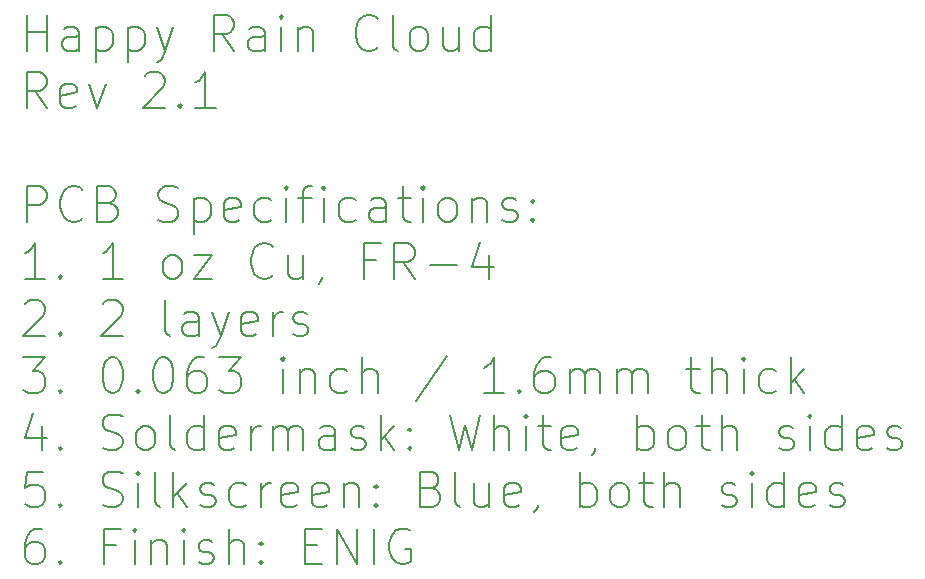
<source format=gbr>
%TF.GenerationSoftware,KiCad,Pcbnew,(6.0.7)*%
%TF.CreationDate,2024-01-22T09:58:03-08:00*%
%TF.ProjectId,Blinky,426c696e-6b79-42e6-9b69-6361645f7063,rev?*%
%TF.SameCoordinates,Original*%
%TF.FileFunction,Other,Comment*%
%FSLAX46Y46*%
G04 Gerber Fmt 4.6, Leading zero omitted, Abs format (unit mm)*
G04 Created by KiCad (PCBNEW (6.0.7)) date 2024-01-22 09:58:03*
%MOMM*%
%LPD*%
G01*
G04 APERTURE LIST*
%ADD10C,0.200000*%
G04 APERTURE END LIST*
D10*
X176358285Y-61156142D02*
X176358285Y-58156142D01*
X176358285Y-59584714D02*
X178072571Y-59584714D01*
X178072571Y-61156142D02*
X178072571Y-58156142D01*
X180786857Y-61156142D02*
X180786857Y-59584714D01*
X180644000Y-59299000D01*
X180358285Y-59156142D01*
X179786857Y-59156142D01*
X179501142Y-59299000D01*
X180786857Y-61013285D02*
X180501142Y-61156142D01*
X179786857Y-61156142D01*
X179501142Y-61013285D01*
X179358285Y-60727571D01*
X179358285Y-60441857D01*
X179501142Y-60156142D01*
X179786857Y-60013285D01*
X180501142Y-60013285D01*
X180786857Y-59870428D01*
X182215428Y-59156142D02*
X182215428Y-62156142D01*
X182215428Y-59299000D02*
X182501142Y-59156142D01*
X183072571Y-59156142D01*
X183358285Y-59299000D01*
X183501142Y-59441857D01*
X183644000Y-59727571D01*
X183644000Y-60584714D01*
X183501142Y-60870428D01*
X183358285Y-61013285D01*
X183072571Y-61156142D01*
X182501142Y-61156142D01*
X182215428Y-61013285D01*
X184929714Y-59156142D02*
X184929714Y-62156142D01*
X184929714Y-59299000D02*
X185215428Y-59156142D01*
X185786857Y-59156142D01*
X186072571Y-59299000D01*
X186215428Y-59441857D01*
X186358285Y-59727571D01*
X186358285Y-60584714D01*
X186215428Y-60870428D01*
X186072571Y-61013285D01*
X185786857Y-61156142D01*
X185215428Y-61156142D01*
X184929714Y-61013285D01*
X187358285Y-59156142D02*
X188072571Y-61156142D01*
X188786857Y-59156142D02*
X188072571Y-61156142D01*
X187786857Y-61870428D01*
X187644000Y-62013285D01*
X187358285Y-62156142D01*
X193929714Y-61156142D02*
X192929714Y-59727571D01*
X192215428Y-61156142D02*
X192215428Y-58156142D01*
X193358285Y-58156142D01*
X193644000Y-58299000D01*
X193786857Y-58441857D01*
X193929714Y-58727571D01*
X193929714Y-59156142D01*
X193786857Y-59441857D01*
X193644000Y-59584714D01*
X193358285Y-59727571D01*
X192215428Y-59727571D01*
X196501142Y-61156142D02*
X196501142Y-59584714D01*
X196358285Y-59299000D01*
X196072571Y-59156142D01*
X195501142Y-59156142D01*
X195215428Y-59299000D01*
X196501142Y-61013285D02*
X196215428Y-61156142D01*
X195501142Y-61156142D01*
X195215428Y-61013285D01*
X195072571Y-60727571D01*
X195072571Y-60441857D01*
X195215428Y-60156142D01*
X195501142Y-60013285D01*
X196215428Y-60013285D01*
X196501142Y-59870428D01*
X197929714Y-61156142D02*
X197929714Y-59156142D01*
X197929714Y-58156142D02*
X197786857Y-58299000D01*
X197929714Y-58441857D01*
X198072571Y-58299000D01*
X197929714Y-58156142D01*
X197929714Y-58441857D01*
X199358285Y-59156142D02*
X199358285Y-61156142D01*
X199358285Y-59441857D02*
X199501142Y-59299000D01*
X199786857Y-59156142D01*
X200215428Y-59156142D01*
X200501142Y-59299000D01*
X200644000Y-59584714D01*
X200644000Y-61156142D01*
X206072571Y-60870428D02*
X205929714Y-61013285D01*
X205501142Y-61156142D01*
X205215428Y-61156142D01*
X204786857Y-61013285D01*
X204501142Y-60727571D01*
X204358285Y-60441857D01*
X204215428Y-59870428D01*
X204215428Y-59441857D01*
X204358285Y-58870428D01*
X204501142Y-58584714D01*
X204786857Y-58299000D01*
X205215428Y-58156142D01*
X205501142Y-58156142D01*
X205929714Y-58299000D01*
X206072571Y-58441857D01*
X207786857Y-61156142D02*
X207501142Y-61013285D01*
X207358285Y-60727571D01*
X207358285Y-58156142D01*
X209358285Y-61156142D02*
X209072571Y-61013285D01*
X208929714Y-60870428D01*
X208786857Y-60584714D01*
X208786857Y-59727571D01*
X208929714Y-59441857D01*
X209072571Y-59299000D01*
X209358285Y-59156142D01*
X209786857Y-59156142D01*
X210072571Y-59299000D01*
X210215428Y-59441857D01*
X210358285Y-59727571D01*
X210358285Y-60584714D01*
X210215428Y-60870428D01*
X210072571Y-61013285D01*
X209786857Y-61156142D01*
X209358285Y-61156142D01*
X212929714Y-59156142D02*
X212929714Y-61156142D01*
X211644000Y-59156142D02*
X211644000Y-60727571D01*
X211786857Y-61013285D01*
X212072571Y-61156142D01*
X212501142Y-61156142D01*
X212786857Y-61013285D01*
X212929714Y-60870428D01*
X215644000Y-61156142D02*
X215644000Y-58156142D01*
X215644000Y-61013285D02*
X215358285Y-61156142D01*
X214786857Y-61156142D01*
X214501142Y-61013285D01*
X214358285Y-60870428D01*
X214215428Y-60584714D01*
X214215428Y-59727571D01*
X214358285Y-59441857D01*
X214501142Y-59299000D01*
X214786857Y-59156142D01*
X215358285Y-59156142D01*
X215644000Y-59299000D01*
X178072571Y-65986142D02*
X177072571Y-64557571D01*
X176358285Y-65986142D02*
X176358285Y-62986142D01*
X177501142Y-62986142D01*
X177786857Y-63129000D01*
X177929714Y-63271857D01*
X178072571Y-63557571D01*
X178072571Y-63986142D01*
X177929714Y-64271857D01*
X177786857Y-64414714D01*
X177501142Y-64557571D01*
X176358285Y-64557571D01*
X180501142Y-65843285D02*
X180215428Y-65986142D01*
X179644000Y-65986142D01*
X179358285Y-65843285D01*
X179215428Y-65557571D01*
X179215428Y-64414714D01*
X179358285Y-64129000D01*
X179644000Y-63986142D01*
X180215428Y-63986142D01*
X180501142Y-64129000D01*
X180644000Y-64414714D01*
X180644000Y-64700428D01*
X179215428Y-64986142D01*
X181644000Y-63986142D02*
X182358285Y-65986142D01*
X183072571Y-63986142D01*
X186358285Y-63271857D02*
X186501142Y-63129000D01*
X186786857Y-62986142D01*
X187501142Y-62986142D01*
X187786857Y-63129000D01*
X187929714Y-63271857D01*
X188072571Y-63557571D01*
X188072571Y-63843285D01*
X187929714Y-64271857D01*
X186215428Y-65986142D01*
X188072571Y-65986142D01*
X189358285Y-65700428D02*
X189501142Y-65843285D01*
X189358285Y-65986142D01*
X189215428Y-65843285D01*
X189358285Y-65700428D01*
X189358285Y-65986142D01*
X192358285Y-65986142D02*
X190644000Y-65986142D01*
X191501142Y-65986142D02*
X191501142Y-62986142D01*
X191215428Y-63414714D01*
X190929714Y-63700428D01*
X190644000Y-63843285D01*
X176358285Y-75646142D02*
X176358285Y-72646142D01*
X177501142Y-72646142D01*
X177786857Y-72789000D01*
X177929714Y-72931857D01*
X178072571Y-73217571D01*
X178072571Y-73646142D01*
X177929714Y-73931857D01*
X177786857Y-74074714D01*
X177501142Y-74217571D01*
X176358285Y-74217571D01*
X181072571Y-75360428D02*
X180929714Y-75503285D01*
X180501142Y-75646142D01*
X180215428Y-75646142D01*
X179786857Y-75503285D01*
X179501142Y-75217571D01*
X179358285Y-74931857D01*
X179215428Y-74360428D01*
X179215428Y-73931857D01*
X179358285Y-73360428D01*
X179501142Y-73074714D01*
X179786857Y-72789000D01*
X180215428Y-72646142D01*
X180501142Y-72646142D01*
X180929714Y-72789000D01*
X181072571Y-72931857D01*
X183358285Y-74074714D02*
X183786857Y-74217571D01*
X183929714Y-74360428D01*
X184072571Y-74646142D01*
X184072571Y-75074714D01*
X183929714Y-75360428D01*
X183786857Y-75503285D01*
X183501142Y-75646142D01*
X182358285Y-75646142D01*
X182358285Y-72646142D01*
X183358285Y-72646142D01*
X183644000Y-72789000D01*
X183786857Y-72931857D01*
X183929714Y-73217571D01*
X183929714Y-73503285D01*
X183786857Y-73789000D01*
X183644000Y-73931857D01*
X183358285Y-74074714D01*
X182358285Y-74074714D01*
X187501142Y-75503285D02*
X187929714Y-75646142D01*
X188644000Y-75646142D01*
X188929714Y-75503285D01*
X189072571Y-75360428D01*
X189215428Y-75074714D01*
X189215428Y-74789000D01*
X189072571Y-74503285D01*
X188929714Y-74360428D01*
X188644000Y-74217571D01*
X188072571Y-74074714D01*
X187786857Y-73931857D01*
X187644000Y-73789000D01*
X187501142Y-73503285D01*
X187501142Y-73217571D01*
X187644000Y-72931857D01*
X187786857Y-72789000D01*
X188072571Y-72646142D01*
X188786857Y-72646142D01*
X189215428Y-72789000D01*
X190501142Y-73646142D02*
X190501142Y-76646142D01*
X190501142Y-73789000D02*
X190786857Y-73646142D01*
X191358285Y-73646142D01*
X191644000Y-73789000D01*
X191786857Y-73931857D01*
X191929714Y-74217571D01*
X191929714Y-75074714D01*
X191786857Y-75360428D01*
X191644000Y-75503285D01*
X191358285Y-75646142D01*
X190786857Y-75646142D01*
X190501142Y-75503285D01*
X194358285Y-75503285D02*
X194072571Y-75646142D01*
X193501142Y-75646142D01*
X193215428Y-75503285D01*
X193072571Y-75217571D01*
X193072571Y-74074714D01*
X193215428Y-73789000D01*
X193501142Y-73646142D01*
X194072571Y-73646142D01*
X194358285Y-73789000D01*
X194501142Y-74074714D01*
X194501142Y-74360428D01*
X193072571Y-74646142D01*
X197072571Y-75503285D02*
X196786857Y-75646142D01*
X196215428Y-75646142D01*
X195929714Y-75503285D01*
X195786857Y-75360428D01*
X195644000Y-75074714D01*
X195644000Y-74217571D01*
X195786857Y-73931857D01*
X195929714Y-73789000D01*
X196215428Y-73646142D01*
X196786857Y-73646142D01*
X197072571Y-73789000D01*
X198358285Y-75646142D02*
X198358285Y-73646142D01*
X198358285Y-72646142D02*
X198215428Y-72789000D01*
X198358285Y-72931857D01*
X198501142Y-72789000D01*
X198358285Y-72646142D01*
X198358285Y-72931857D01*
X199358285Y-73646142D02*
X200501142Y-73646142D01*
X199786857Y-75646142D02*
X199786857Y-73074714D01*
X199929714Y-72789000D01*
X200215428Y-72646142D01*
X200501142Y-72646142D01*
X201501142Y-75646142D02*
X201501142Y-73646142D01*
X201501142Y-72646142D02*
X201358285Y-72789000D01*
X201501142Y-72931857D01*
X201644000Y-72789000D01*
X201501142Y-72646142D01*
X201501142Y-72931857D01*
X204215428Y-75503285D02*
X203929714Y-75646142D01*
X203358285Y-75646142D01*
X203072571Y-75503285D01*
X202929714Y-75360428D01*
X202786857Y-75074714D01*
X202786857Y-74217571D01*
X202929714Y-73931857D01*
X203072571Y-73789000D01*
X203358285Y-73646142D01*
X203929714Y-73646142D01*
X204215428Y-73789000D01*
X206786857Y-75646142D02*
X206786857Y-74074714D01*
X206644000Y-73789000D01*
X206358285Y-73646142D01*
X205786857Y-73646142D01*
X205501142Y-73789000D01*
X206786857Y-75503285D02*
X206501142Y-75646142D01*
X205786857Y-75646142D01*
X205501142Y-75503285D01*
X205358285Y-75217571D01*
X205358285Y-74931857D01*
X205501142Y-74646142D01*
X205786857Y-74503285D01*
X206501142Y-74503285D01*
X206786857Y-74360428D01*
X207786857Y-73646142D02*
X208929714Y-73646142D01*
X208215428Y-72646142D02*
X208215428Y-75217571D01*
X208358285Y-75503285D01*
X208644000Y-75646142D01*
X208929714Y-75646142D01*
X209929714Y-75646142D02*
X209929714Y-73646142D01*
X209929714Y-72646142D02*
X209786857Y-72789000D01*
X209929714Y-72931857D01*
X210072571Y-72789000D01*
X209929714Y-72646142D01*
X209929714Y-72931857D01*
X211786857Y-75646142D02*
X211501142Y-75503285D01*
X211358285Y-75360428D01*
X211215428Y-75074714D01*
X211215428Y-74217571D01*
X211358285Y-73931857D01*
X211501142Y-73789000D01*
X211786857Y-73646142D01*
X212215428Y-73646142D01*
X212501142Y-73789000D01*
X212644000Y-73931857D01*
X212786857Y-74217571D01*
X212786857Y-75074714D01*
X212644000Y-75360428D01*
X212501142Y-75503285D01*
X212215428Y-75646142D01*
X211786857Y-75646142D01*
X214072571Y-73646142D02*
X214072571Y-75646142D01*
X214072571Y-73931857D02*
X214215428Y-73789000D01*
X214501142Y-73646142D01*
X214929714Y-73646142D01*
X215215428Y-73789000D01*
X215358285Y-74074714D01*
X215358285Y-75646142D01*
X216644000Y-75503285D02*
X216929714Y-75646142D01*
X217501142Y-75646142D01*
X217786857Y-75503285D01*
X217929714Y-75217571D01*
X217929714Y-75074714D01*
X217786857Y-74789000D01*
X217501142Y-74646142D01*
X217072571Y-74646142D01*
X216786857Y-74503285D01*
X216644000Y-74217571D01*
X216644000Y-74074714D01*
X216786857Y-73789000D01*
X217072571Y-73646142D01*
X217501142Y-73646142D01*
X217786857Y-73789000D01*
X219215428Y-75360428D02*
X219358285Y-75503285D01*
X219215428Y-75646142D01*
X219072571Y-75503285D01*
X219215428Y-75360428D01*
X219215428Y-75646142D01*
X219215428Y-73789000D02*
X219358285Y-73931857D01*
X219215428Y-74074714D01*
X219072571Y-73931857D01*
X219215428Y-73789000D01*
X219215428Y-74074714D01*
X177929714Y-80476142D02*
X176215428Y-80476142D01*
X177072571Y-80476142D02*
X177072571Y-77476142D01*
X176786857Y-77904714D01*
X176501142Y-78190428D01*
X176215428Y-78333285D01*
X179215428Y-80190428D02*
X179358285Y-80333285D01*
X179215428Y-80476142D01*
X179072571Y-80333285D01*
X179215428Y-80190428D01*
X179215428Y-80476142D01*
X184501142Y-80476142D02*
X182786857Y-80476142D01*
X183644000Y-80476142D02*
X183644000Y-77476142D01*
X183358285Y-77904714D01*
X183072571Y-78190428D01*
X182786857Y-78333285D01*
X188501142Y-80476142D02*
X188215428Y-80333285D01*
X188072571Y-80190428D01*
X187929714Y-79904714D01*
X187929714Y-79047571D01*
X188072571Y-78761857D01*
X188215428Y-78619000D01*
X188501142Y-78476142D01*
X188929714Y-78476142D01*
X189215428Y-78619000D01*
X189358285Y-78761857D01*
X189501142Y-79047571D01*
X189501142Y-79904714D01*
X189358285Y-80190428D01*
X189215428Y-80333285D01*
X188929714Y-80476142D01*
X188501142Y-80476142D01*
X190501142Y-78476142D02*
X192072571Y-78476142D01*
X190501142Y-80476142D01*
X192072571Y-80476142D01*
X197215428Y-80190428D02*
X197072571Y-80333285D01*
X196644000Y-80476142D01*
X196358285Y-80476142D01*
X195929714Y-80333285D01*
X195644000Y-80047571D01*
X195501142Y-79761857D01*
X195358285Y-79190428D01*
X195358285Y-78761857D01*
X195501142Y-78190428D01*
X195644000Y-77904714D01*
X195929714Y-77619000D01*
X196358285Y-77476142D01*
X196644000Y-77476142D01*
X197072571Y-77619000D01*
X197215428Y-77761857D01*
X199786857Y-78476142D02*
X199786857Y-80476142D01*
X198501142Y-78476142D02*
X198501142Y-80047571D01*
X198644000Y-80333285D01*
X198929714Y-80476142D01*
X199358285Y-80476142D01*
X199644000Y-80333285D01*
X199786857Y-80190428D01*
X201358285Y-80333285D02*
X201358285Y-80476142D01*
X201215428Y-80761857D01*
X201072571Y-80904714D01*
X205929714Y-78904714D02*
X204929714Y-78904714D01*
X204929714Y-80476142D02*
X204929714Y-77476142D01*
X206358285Y-77476142D01*
X209215428Y-80476142D02*
X208215428Y-79047571D01*
X207501142Y-80476142D02*
X207501142Y-77476142D01*
X208644000Y-77476142D01*
X208929714Y-77619000D01*
X209072571Y-77761857D01*
X209215428Y-78047571D01*
X209215428Y-78476142D01*
X209072571Y-78761857D01*
X208929714Y-78904714D01*
X208644000Y-79047571D01*
X207501142Y-79047571D01*
X210501142Y-79333285D02*
X212786857Y-79333285D01*
X215501142Y-78476142D02*
X215501142Y-80476142D01*
X214786857Y-77333285D02*
X214072571Y-79476142D01*
X215929714Y-79476142D01*
X176215428Y-82591857D02*
X176358285Y-82449000D01*
X176644000Y-82306142D01*
X177358285Y-82306142D01*
X177644000Y-82449000D01*
X177786857Y-82591857D01*
X177929714Y-82877571D01*
X177929714Y-83163285D01*
X177786857Y-83591857D01*
X176072571Y-85306142D01*
X177929714Y-85306142D01*
X179215428Y-85020428D02*
X179358285Y-85163285D01*
X179215428Y-85306142D01*
X179072571Y-85163285D01*
X179215428Y-85020428D01*
X179215428Y-85306142D01*
X182786857Y-82591857D02*
X182929714Y-82449000D01*
X183215428Y-82306142D01*
X183929714Y-82306142D01*
X184215428Y-82449000D01*
X184358285Y-82591857D01*
X184501142Y-82877571D01*
X184501142Y-83163285D01*
X184358285Y-83591857D01*
X182644000Y-85306142D01*
X184501142Y-85306142D01*
X188501142Y-85306142D02*
X188215428Y-85163285D01*
X188072571Y-84877571D01*
X188072571Y-82306142D01*
X190929714Y-85306142D02*
X190929714Y-83734714D01*
X190786857Y-83449000D01*
X190501142Y-83306142D01*
X189929714Y-83306142D01*
X189644000Y-83449000D01*
X190929714Y-85163285D02*
X190644000Y-85306142D01*
X189929714Y-85306142D01*
X189644000Y-85163285D01*
X189501142Y-84877571D01*
X189501142Y-84591857D01*
X189644000Y-84306142D01*
X189929714Y-84163285D01*
X190644000Y-84163285D01*
X190929714Y-84020428D01*
X192072571Y-83306142D02*
X192786857Y-85306142D01*
X193501142Y-83306142D02*
X192786857Y-85306142D01*
X192501142Y-86020428D01*
X192358285Y-86163285D01*
X192072571Y-86306142D01*
X195786857Y-85163285D02*
X195501142Y-85306142D01*
X194929714Y-85306142D01*
X194644000Y-85163285D01*
X194501142Y-84877571D01*
X194501142Y-83734714D01*
X194644000Y-83449000D01*
X194929714Y-83306142D01*
X195501142Y-83306142D01*
X195786857Y-83449000D01*
X195929714Y-83734714D01*
X195929714Y-84020428D01*
X194501142Y-84306142D01*
X197215428Y-85306142D02*
X197215428Y-83306142D01*
X197215428Y-83877571D02*
X197358285Y-83591857D01*
X197501142Y-83449000D01*
X197786857Y-83306142D01*
X198072571Y-83306142D01*
X198929714Y-85163285D02*
X199215428Y-85306142D01*
X199786857Y-85306142D01*
X200072571Y-85163285D01*
X200215428Y-84877571D01*
X200215428Y-84734714D01*
X200072571Y-84449000D01*
X199786857Y-84306142D01*
X199358285Y-84306142D01*
X199072571Y-84163285D01*
X198929714Y-83877571D01*
X198929714Y-83734714D01*
X199072571Y-83449000D01*
X199358285Y-83306142D01*
X199786857Y-83306142D01*
X200072571Y-83449000D01*
X176072571Y-87136142D02*
X177929714Y-87136142D01*
X176929714Y-88279000D01*
X177358285Y-88279000D01*
X177644000Y-88421857D01*
X177786857Y-88564714D01*
X177929714Y-88850428D01*
X177929714Y-89564714D01*
X177786857Y-89850428D01*
X177644000Y-89993285D01*
X177358285Y-90136142D01*
X176501142Y-90136142D01*
X176215428Y-89993285D01*
X176072571Y-89850428D01*
X179215428Y-89850428D02*
X179358285Y-89993285D01*
X179215428Y-90136142D01*
X179072571Y-89993285D01*
X179215428Y-89850428D01*
X179215428Y-90136142D01*
X183501142Y-87136142D02*
X183786857Y-87136142D01*
X184072571Y-87279000D01*
X184215428Y-87421857D01*
X184358285Y-87707571D01*
X184501142Y-88279000D01*
X184501142Y-88993285D01*
X184358285Y-89564714D01*
X184215428Y-89850428D01*
X184072571Y-89993285D01*
X183786857Y-90136142D01*
X183501142Y-90136142D01*
X183215428Y-89993285D01*
X183072571Y-89850428D01*
X182929714Y-89564714D01*
X182786857Y-88993285D01*
X182786857Y-88279000D01*
X182929714Y-87707571D01*
X183072571Y-87421857D01*
X183215428Y-87279000D01*
X183501142Y-87136142D01*
X185786857Y-89850428D02*
X185929714Y-89993285D01*
X185786857Y-90136142D01*
X185644000Y-89993285D01*
X185786857Y-89850428D01*
X185786857Y-90136142D01*
X187786857Y-87136142D02*
X188072571Y-87136142D01*
X188358285Y-87279000D01*
X188501142Y-87421857D01*
X188644000Y-87707571D01*
X188786857Y-88279000D01*
X188786857Y-88993285D01*
X188644000Y-89564714D01*
X188501142Y-89850428D01*
X188358285Y-89993285D01*
X188072571Y-90136142D01*
X187786857Y-90136142D01*
X187501142Y-89993285D01*
X187358285Y-89850428D01*
X187215428Y-89564714D01*
X187072571Y-88993285D01*
X187072571Y-88279000D01*
X187215428Y-87707571D01*
X187358285Y-87421857D01*
X187501142Y-87279000D01*
X187786857Y-87136142D01*
X191358285Y-87136142D02*
X190786857Y-87136142D01*
X190501142Y-87279000D01*
X190358285Y-87421857D01*
X190072571Y-87850428D01*
X189929714Y-88421857D01*
X189929714Y-89564714D01*
X190072571Y-89850428D01*
X190215428Y-89993285D01*
X190501142Y-90136142D01*
X191072571Y-90136142D01*
X191358285Y-89993285D01*
X191501142Y-89850428D01*
X191644000Y-89564714D01*
X191644000Y-88850428D01*
X191501142Y-88564714D01*
X191358285Y-88421857D01*
X191072571Y-88279000D01*
X190501142Y-88279000D01*
X190215428Y-88421857D01*
X190072571Y-88564714D01*
X189929714Y-88850428D01*
X192644000Y-87136142D02*
X194501142Y-87136142D01*
X193501142Y-88279000D01*
X193929714Y-88279000D01*
X194215428Y-88421857D01*
X194358285Y-88564714D01*
X194501142Y-88850428D01*
X194501142Y-89564714D01*
X194358285Y-89850428D01*
X194215428Y-89993285D01*
X193929714Y-90136142D01*
X193072571Y-90136142D01*
X192786857Y-89993285D01*
X192644000Y-89850428D01*
X198072571Y-90136142D02*
X198072571Y-88136142D01*
X198072571Y-87136142D02*
X197929714Y-87279000D01*
X198072571Y-87421857D01*
X198215428Y-87279000D01*
X198072571Y-87136142D01*
X198072571Y-87421857D01*
X199501142Y-88136142D02*
X199501142Y-90136142D01*
X199501142Y-88421857D02*
X199644000Y-88279000D01*
X199929714Y-88136142D01*
X200358285Y-88136142D01*
X200644000Y-88279000D01*
X200786857Y-88564714D01*
X200786857Y-90136142D01*
X203501142Y-89993285D02*
X203215428Y-90136142D01*
X202644000Y-90136142D01*
X202358285Y-89993285D01*
X202215428Y-89850428D01*
X202072571Y-89564714D01*
X202072571Y-88707571D01*
X202215428Y-88421857D01*
X202358285Y-88279000D01*
X202644000Y-88136142D01*
X203215428Y-88136142D01*
X203501142Y-88279000D01*
X204786857Y-90136142D02*
X204786857Y-87136142D01*
X206072571Y-90136142D02*
X206072571Y-88564714D01*
X205929714Y-88279000D01*
X205644000Y-88136142D01*
X205215428Y-88136142D01*
X204929714Y-88279000D01*
X204786857Y-88421857D01*
X211929714Y-86993285D02*
X209358285Y-90850428D01*
X216786857Y-90136142D02*
X215072571Y-90136142D01*
X215929714Y-90136142D02*
X215929714Y-87136142D01*
X215644000Y-87564714D01*
X215358285Y-87850428D01*
X215072571Y-87993285D01*
X218072571Y-89850428D02*
X218215428Y-89993285D01*
X218072571Y-90136142D01*
X217929714Y-89993285D01*
X218072571Y-89850428D01*
X218072571Y-90136142D01*
X220786857Y-87136142D02*
X220215428Y-87136142D01*
X219929714Y-87279000D01*
X219786857Y-87421857D01*
X219501142Y-87850428D01*
X219358285Y-88421857D01*
X219358285Y-89564714D01*
X219501142Y-89850428D01*
X219644000Y-89993285D01*
X219929714Y-90136142D01*
X220501142Y-90136142D01*
X220786857Y-89993285D01*
X220929714Y-89850428D01*
X221072571Y-89564714D01*
X221072571Y-88850428D01*
X220929714Y-88564714D01*
X220786857Y-88421857D01*
X220501142Y-88279000D01*
X219929714Y-88279000D01*
X219644000Y-88421857D01*
X219501142Y-88564714D01*
X219358285Y-88850428D01*
X222358285Y-90136142D02*
X222358285Y-88136142D01*
X222358285Y-88421857D02*
X222501142Y-88279000D01*
X222786857Y-88136142D01*
X223215428Y-88136142D01*
X223501142Y-88279000D01*
X223644000Y-88564714D01*
X223644000Y-90136142D01*
X223644000Y-88564714D02*
X223786857Y-88279000D01*
X224072571Y-88136142D01*
X224501142Y-88136142D01*
X224786857Y-88279000D01*
X224929714Y-88564714D01*
X224929714Y-90136142D01*
X226358285Y-90136142D02*
X226358285Y-88136142D01*
X226358285Y-88421857D02*
X226501142Y-88279000D01*
X226786857Y-88136142D01*
X227215428Y-88136142D01*
X227501142Y-88279000D01*
X227644000Y-88564714D01*
X227644000Y-90136142D01*
X227644000Y-88564714D02*
X227786857Y-88279000D01*
X228072571Y-88136142D01*
X228501142Y-88136142D01*
X228786857Y-88279000D01*
X228929714Y-88564714D01*
X228929714Y-90136142D01*
X232215428Y-88136142D02*
X233358285Y-88136142D01*
X232644000Y-87136142D02*
X232644000Y-89707571D01*
X232786857Y-89993285D01*
X233072571Y-90136142D01*
X233358285Y-90136142D01*
X234358285Y-90136142D02*
X234358285Y-87136142D01*
X235644000Y-90136142D02*
X235644000Y-88564714D01*
X235501142Y-88279000D01*
X235215428Y-88136142D01*
X234786857Y-88136142D01*
X234501142Y-88279000D01*
X234358285Y-88421857D01*
X237072571Y-90136142D02*
X237072571Y-88136142D01*
X237072571Y-87136142D02*
X236929714Y-87279000D01*
X237072571Y-87421857D01*
X237215428Y-87279000D01*
X237072571Y-87136142D01*
X237072571Y-87421857D01*
X239786857Y-89993285D02*
X239501142Y-90136142D01*
X238929714Y-90136142D01*
X238644000Y-89993285D01*
X238501142Y-89850428D01*
X238358285Y-89564714D01*
X238358285Y-88707571D01*
X238501142Y-88421857D01*
X238644000Y-88279000D01*
X238929714Y-88136142D01*
X239501142Y-88136142D01*
X239786857Y-88279000D01*
X241072571Y-90136142D02*
X241072571Y-87136142D01*
X241358285Y-88993285D02*
X242215428Y-90136142D01*
X242215428Y-88136142D02*
X241072571Y-89279000D01*
X177644000Y-92966142D02*
X177644000Y-94966142D01*
X176929714Y-91823285D02*
X176215428Y-93966142D01*
X178072571Y-93966142D01*
X179215428Y-94680428D02*
X179358285Y-94823285D01*
X179215428Y-94966142D01*
X179072571Y-94823285D01*
X179215428Y-94680428D01*
X179215428Y-94966142D01*
X182786857Y-94823285D02*
X183215428Y-94966142D01*
X183929714Y-94966142D01*
X184215428Y-94823285D01*
X184358285Y-94680428D01*
X184501142Y-94394714D01*
X184501142Y-94109000D01*
X184358285Y-93823285D01*
X184215428Y-93680428D01*
X183929714Y-93537571D01*
X183358285Y-93394714D01*
X183072571Y-93251857D01*
X182929714Y-93109000D01*
X182786857Y-92823285D01*
X182786857Y-92537571D01*
X182929714Y-92251857D01*
X183072571Y-92109000D01*
X183358285Y-91966142D01*
X184072571Y-91966142D01*
X184501142Y-92109000D01*
X186215428Y-94966142D02*
X185929714Y-94823285D01*
X185786857Y-94680428D01*
X185644000Y-94394714D01*
X185644000Y-93537571D01*
X185786857Y-93251857D01*
X185929714Y-93109000D01*
X186215428Y-92966142D01*
X186644000Y-92966142D01*
X186929714Y-93109000D01*
X187072571Y-93251857D01*
X187215428Y-93537571D01*
X187215428Y-94394714D01*
X187072571Y-94680428D01*
X186929714Y-94823285D01*
X186644000Y-94966142D01*
X186215428Y-94966142D01*
X188929714Y-94966142D02*
X188644000Y-94823285D01*
X188501142Y-94537571D01*
X188501142Y-91966142D01*
X191358285Y-94966142D02*
X191358285Y-91966142D01*
X191358285Y-94823285D02*
X191072571Y-94966142D01*
X190501142Y-94966142D01*
X190215428Y-94823285D01*
X190072571Y-94680428D01*
X189929714Y-94394714D01*
X189929714Y-93537571D01*
X190072571Y-93251857D01*
X190215428Y-93109000D01*
X190501142Y-92966142D01*
X191072571Y-92966142D01*
X191358285Y-93109000D01*
X193929714Y-94823285D02*
X193644000Y-94966142D01*
X193072571Y-94966142D01*
X192786857Y-94823285D01*
X192644000Y-94537571D01*
X192644000Y-93394714D01*
X192786857Y-93109000D01*
X193072571Y-92966142D01*
X193644000Y-92966142D01*
X193929714Y-93109000D01*
X194072571Y-93394714D01*
X194072571Y-93680428D01*
X192644000Y-93966142D01*
X195358285Y-94966142D02*
X195358285Y-92966142D01*
X195358285Y-93537571D02*
X195501142Y-93251857D01*
X195644000Y-93109000D01*
X195929714Y-92966142D01*
X196215428Y-92966142D01*
X197215428Y-94966142D02*
X197215428Y-92966142D01*
X197215428Y-93251857D02*
X197358285Y-93109000D01*
X197644000Y-92966142D01*
X198072571Y-92966142D01*
X198358285Y-93109000D01*
X198501142Y-93394714D01*
X198501142Y-94966142D01*
X198501142Y-93394714D02*
X198644000Y-93109000D01*
X198929714Y-92966142D01*
X199358285Y-92966142D01*
X199644000Y-93109000D01*
X199786857Y-93394714D01*
X199786857Y-94966142D01*
X202501142Y-94966142D02*
X202501142Y-93394714D01*
X202358285Y-93109000D01*
X202072571Y-92966142D01*
X201501142Y-92966142D01*
X201215428Y-93109000D01*
X202501142Y-94823285D02*
X202215428Y-94966142D01*
X201501142Y-94966142D01*
X201215428Y-94823285D01*
X201072571Y-94537571D01*
X201072571Y-94251857D01*
X201215428Y-93966142D01*
X201501142Y-93823285D01*
X202215428Y-93823285D01*
X202501142Y-93680428D01*
X203786857Y-94823285D02*
X204072571Y-94966142D01*
X204644000Y-94966142D01*
X204929714Y-94823285D01*
X205072571Y-94537571D01*
X205072571Y-94394714D01*
X204929714Y-94109000D01*
X204644000Y-93966142D01*
X204215428Y-93966142D01*
X203929714Y-93823285D01*
X203786857Y-93537571D01*
X203786857Y-93394714D01*
X203929714Y-93109000D01*
X204215428Y-92966142D01*
X204644000Y-92966142D01*
X204929714Y-93109000D01*
X206358285Y-94966142D02*
X206358285Y-91966142D01*
X206644000Y-93823285D02*
X207501142Y-94966142D01*
X207501142Y-92966142D02*
X206358285Y-94109000D01*
X208786857Y-94680428D02*
X208929714Y-94823285D01*
X208786857Y-94966142D01*
X208644000Y-94823285D01*
X208786857Y-94680428D01*
X208786857Y-94966142D01*
X208786857Y-93109000D02*
X208929714Y-93251857D01*
X208786857Y-93394714D01*
X208644000Y-93251857D01*
X208786857Y-93109000D01*
X208786857Y-93394714D01*
X212215428Y-91966142D02*
X212929714Y-94966142D01*
X213501142Y-92823285D01*
X214072571Y-94966142D01*
X214786857Y-91966142D01*
X215929714Y-94966142D02*
X215929714Y-91966142D01*
X217215428Y-94966142D02*
X217215428Y-93394714D01*
X217072571Y-93109000D01*
X216786857Y-92966142D01*
X216358285Y-92966142D01*
X216072571Y-93109000D01*
X215929714Y-93251857D01*
X218644000Y-94966142D02*
X218644000Y-92966142D01*
X218644000Y-91966142D02*
X218501142Y-92109000D01*
X218644000Y-92251857D01*
X218786857Y-92109000D01*
X218644000Y-91966142D01*
X218644000Y-92251857D01*
X219644000Y-92966142D02*
X220786857Y-92966142D01*
X220072571Y-91966142D02*
X220072571Y-94537571D01*
X220215428Y-94823285D01*
X220501142Y-94966142D01*
X220786857Y-94966142D01*
X222929714Y-94823285D02*
X222644000Y-94966142D01*
X222072571Y-94966142D01*
X221786857Y-94823285D01*
X221644000Y-94537571D01*
X221644000Y-93394714D01*
X221786857Y-93109000D01*
X222072571Y-92966142D01*
X222644000Y-92966142D01*
X222929714Y-93109000D01*
X223072571Y-93394714D01*
X223072571Y-93680428D01*
X221644000Y-93966142D01*
X224501142Y-94823285D02*
X224501142Y-94966142D01*
X224358285Y-95251857D01*
X224215428Y-95394714D01*
X228072571Y-94966142D02*
X228072571Y-91966142D01*
X228072571Y-93109000D02*
X228358285Y-92966142D01*
X228929714Y-92966142D01*
X229215428Y-93109000D01*
X229358285Y-93251857D01*
X229501142Y-93537571D01*
X229501142Y-94394714D01*
X229358285Y-94680428D01*
X229215428Y-94823285D01*
X228929714Y-94966142D01*
X228358285Y-94966142D01*
X228072571Y-94823285D01*
X231215428Y-94966142D02*
X230929714Y-94823285D01*
X230786857Y-94680428D01*
X230644000Y-94394714D01*
X230644000Y-93537571D01*
X230786857Y-93251857D01*
X230929714Y-93109000D01*
X231215428Y-92966142D01*
X231644000Y-92966142D01*
X231929714Y-93109000D01*
X232072571Y-93251857D01*
X232215428Y-93537571D01*
X232215428Y-94394714D01*
X232072571Y-94680428D01*
X231929714Y-94823285D01*
X231644000Y-94966142D01*
X231215428Y-94966142D01*
X233072571Y-92966142D02*
X234215428Y-92966142D01*
X233501142Y-91966142D02*
X233501142Y-94537571D01*
X233644000Y-94823285D01*
X233929714Y-94966142D01*
X234215428Y-94966142D01*
X235215428Y-94966142D02*
X235215428Y-91966142D01*
X236501142Y-94966142D02*
X236501142Y-93394714D01*
X236358285Y-93109000D01*
X236072571Y-92966142D01*
X235644000Y-92966142D01*
X235358285Y-93109000D01*
X235215428Y-93251857D01*
X240072571Y-94823285D02*
X240358285Y-94966142D01*
X240929714Y-94966142D01*
X241215428Y-94823285D01*
X241358285Y-94537571D01*
X241358285Y-94394714D01*
X241215428Y-94109000D01*
X240929714Y-93966142D01*
X240501142Y-93966142D01*
X240215428Y-93823285D01*
X240072571Y-93537571D01*
X240072571Y-93394714D01*
X240215428Y-93109000D01*
X240501142Y-92966142D01*
X240929714Y-92966142D01*
X241215428Y-93109000D01*
X242644000Y-94966142D02*
X242644000Y-92966142D01*
X242644000Y-91966142D02*
X242501142Y-92109000D01*
X242644000Y-92251857D01*
X242786857Y-92109000D01*
X242644000Y-91966142D01*
X242644000Y-92251857D01*
X245358285Y-94966142D02*
X245358285Y-91966142D01*
X245358285Y-94823285D02*
X245072571Y-94966142D01*
X244501142Y-94966142D01*
X244215428Y-94823285D01*
X244072571Y-94680428D01*
X243929714Y-94394714D01*
X243929714Y-93537571D01*
X244072571Y-93251857D01*
X244215428Y-93109000D01*
X244501142Y-92966142D01*
X245072571Y-92966142D01*
X245358285Y-93109000D01*
X247929714Y-94823285D02*
X247644000Y-94966142D01*
X247072571Y-94966142D01*
X246786857Y-94823285D01*
X246644000Y-94537571D01*
X246644000Y-93394714D01*
X246786857Y-93109000D01*
X247072571Y-92966142D01*
X247644000Y-92966142D01*
X247929714Y-93109000D01*
X248072571Y-93394714D01*
X248072571Y-93680428D01*
X246644000Y-93966142D01*
X249215428Y-94823285D02*
X249501142Y-94966142D01*
X250072571Y-94966142D01*
X250358285Y-94823285D01*
X250501142Y-94537571D01*
X250501142Y-94394714D01*
X250358285Y-94109000D01*
X250072571Y-93966142D01*
X249644000Y-93966142D01*
X249358285Y-93823285D01*
X249215428Y-93537571D01*
X249215428Y-93394714D01*
X249358285Y-93109000D01*
X249644000Y-92966142D01*
X250072571Y-92966142D01*
X250358285Y-93109000D01*
X177786857Y-96796142D02*
X176358285Y-96796142D01*
X176215428Y-98224714D01*
X176358285Y-98081857D01*
X176644000Y-97939000D01*
X177358285Y-97939000D01*
X177644000Y-98081857D01*
X177786857Y-98224714D01*
X177929714Y-98510428D01*
X177929714Y-99224714D01*
X177786857Y-99510428D01*
X177644000Y-99653285D01*
X177358285Y-99796142D01*
X176644000Y-99796142D01*
X176358285Y-99653285D01*
X176215428Y-99510428D01*
X179215428Y-99510428D02*
X179358285Y-99653285D01*
X179215428Y-99796142D01*
X179072571Y-99653285D01*
X179215428Y-99510428D01*
X179215428Y-99796142D01*
X182786857Y-99653285D02*
X183215428Y-99796142D01*
X183929714Y-99796142D01*
X184215428Y-99653285D01*
X184358285Y-99510428D01*
X184501142Y-99224714D01*
X184501142Y-98939000D01*
X184358285Y-98653285D01*
X184215428Y-98510428D01*
X183929714Y-98367571D01*
X183358285Y-98224714D01*
X183072571Y-98081857D01*
X182929714Y-97939000D01*
X182786857Y-97653285D01*
X182786857Y-97367571D01*
X182929714Y-97081857D01*
X183072571Y-96939000D01*
X183358285Y-96796142D01*
X184072571Y-96796142D01*
X184501142Y-96939000D01*
X185786857Y-99796142D02*
X185786857Y-97796142D01*
X185786857Y-96796142D02*
X185644000Y-96939000D01*
X185786857Y-97081857D01*
X185929714Y-96939000D01*
X185786857Y-96796142D01*
X185786857Y-97081857D01*
X187644000Y-99796142D02*
X187358285Y-99653285D01*
X187215428Y-99367571D01*
X187215428Y-96796142D01*
X188786857Y-99796142D02*
X188786857Y-96796142D01*
X189072571Y-98653285D02*
X189929714Y-99796142D01*
X189929714Y-97796142D02*
X188786857Y-98939000D01*
X191072571Y-99653285D02*
X191358285Y-99796142D01*
X191929714Y-99796142D01*
X192215428Y-99653285D01*
X192358285Y-99367571D01*
X192358285Y-99224714D01*
X192215428Y-98939000D01*
X191929714Y-98796142D01*
X191501142Y-98796142D01*
X191215428Y-98653285D01*
X191072571Y-98367571D01*
X191072571Y-98224714D01*
X191215428Y-97939000D01*
X191501142Y-97796142D01*
X191929714Y-97796142D01*
X192215428Y-97939000D01*
X194929714Y-99653285D02*
X194644000Y-99796142D01*
X194072571Y-99796142D01*
X193786857Y-99653285D01*
X193644000Y-99510428D01*
X193501142Y-99224714D01*
X193501142Y-98367571D01*
X193644000Y-98081857D01*
X193786857Y-97939000D01*
X194072571Y-97796142D01*
X194644000Y-97796142D01*
X194929714Y-97939000D01*
X196215428Y-99796142D02*
X196215428Y-97796142D01*
X196215428Y-98367571D02*
X196358285Y-98081857D01*
X196501142Y-97939000D01*
X196786857Y-97796142D01*
X197072571Y-97796142D01*
X199215428Y-99653285D02*
X198929714Y-99796142D01*
X198358285Y-99796142D01*
X198072571Y-99653285D01*
X197929714Y-99367571D01*
X197929714Y-98224714D01*
X198072571Y-97939000D01*
X198358285Y-97796142D01*
X198929714Y-97796142D01*
X199215428Y-97939000D01*
X199358285Y-98224714D01*
X199358285Y-98510428D01*
X197929714Y-98796142D01*
X201786857Y-99653285D02*
X201501142Y-99796142D01*
X200929714Y-99796142D01*
X200644000Y-99653285D01*
X200501142Y-99367571D01*
X200501142Y-98224714D01*
X200644000Y-97939000D01*
X200929714Y-97796142D01*
X201501142Y-97796142D01*
X201786857Y-97939000D01*
X201929714Y-98224714D01*
X201929714Y-98510428D01*
X200501142Y-98796142D01*
X203215428Y-97796142D02*
X203215428Y-99796142D01*
X203215428Y-98081857D02*
X203358285Y-97939000D01*
X203644000Y-97796142D01*
X204072571Y-97796142D01*
X204358285Y-97939000D01*
X204501142Y-98224714D01*
X204501142Y-99796142D01*
X205929714Y-99510428D02*
X206072571Y-99653285D01*
X205929714Y-99796142D01*
X205786857Y-99653285D01*
X205929714Y-99510428D01*
X205929714Y-99796142D01*
X205929714Y-97939000D02*
X206072571Y-98081857D01*
X205929714Y-98224714D01*
X205786857Y-98081857D01*
X205929714Y-97939000D01*
X205929714Y-98224714D01*
X210644000Y-98224714D02*
X211072571Y-98367571D01*
X211215428Y-98510428D01*
X211358285Y-98796142D01*
X211358285Y-99224714D01*
X211215428Y-99510428D01*
X211072571Y-99653285D01*
X210786857Y-99796142D01*
X209644000Y-99796142D01*
X209644000Y-96796142D01*
X210644000Y-96796142D01*
X210929714Y-96939000D01*
X211072571Y-97081857D01*
X211215428Y-97367571D01*
X211215428Y-97653285D01*
X211072571Y-97939000D01*
X210929714Y-98081857D01*
X210644000Y-98224714D01*
X209644000Y-98224714D01*
X213072571Y-99796142D02*
X212786857Y-99653285D01*
X212644000Y-99367571D01*
X212644000Y-96796142D01*
X215501142Y-97796142D02*
X215501142Y-99796142D01*
X214215428Y-97796142D02*
X214215428Y-99367571D01*
X214358285Y-99653285D01*
X214644000Y-99796142D01*
X215072571Y-99796142D01*
X215358285Y-99653285D01*
X215501142Y-99510428D01*
X218072571Y-99653285D02*
X217786857Y-99796142D01*
X217215428Y-99796142D01*
X216929714Y-99653285D01*
X216786857Y-99367571D01*
X216786857Y-98224714D01*
X216929714Y-97939000D01*
X217215428Y-97796142D01*
X217786857Y-97796142D01*
X218072571Y-97939000D01*
X218215428Y-98224714D01*
X218215428Y-98510428D01*
X216786857Y-98796142D01*
X219644000Y-99653285D02*
X219644000Y-99796142D01*
X219501142Y-100081857D01*
X219358285Y-100224714D01*
X223215428Y-99796142D02*
X223215428Y-96796142D01*
X223215428Y-97939000D02*
X223501142Y-97796142D01*
X224072571Y-97796142D01*
X224358285Y-97939000D01*
X224501142Y-98081857D01*
X224644000Y-98367571D01*
X224644000Y-99224714D01*
X224501142Y-99510428D01*
X224358285Y-99653285D01*
X224072571Y-99796142D01*
X223501142Y-99796142D01*
X223215428Y-99653285D01*
X226358285Y-99796142D02*
X226072571Y-99653285D01*
X225929714Y-99510428D01*
X225786857Y-99224714D01*
X225786857Y-98367571D01*
X225929714Y-98081857D01*
X226072571Y-97939000D01*
X226358285Y-97796142D01*
X226786857Y-97796142D01*
X227072571Y-97939000D01*
X227215428Y-98081857D01*
X227358285Y-98367571D01*
X227358285Y-99224714D01*
X227215428Y-99510428D01*
X227072571Y-99653285D01*
X226786857Y-99796142D01*
X226358285Y-99796142D01*
X228215428Y-97796142D02*
X229358285Y-97796142D01*
X228644000Y-96796142D02*
X228644000Y-99367571D01*
X228786857Y-99653285D01*
X229072571Y-99796142D01*
X229358285Y-99796142D01*
X230358285Y-99796142D02*
X230358285Y-96796142D01*
X231644000Y-99796142D02*
X231644000Y-98224714D01*
X231501142Y-97939000D01*
X231215428Y-97796142D01*
X230786857Y-97796142D01*
X230501142Y-97939000D01*
X230358285Y-98081857D01*
X235215428Y-99653285D02*
X235501142Y-99796142D01*
X236072571Y-99796142D01*
X236358285Y-99653285D01*
X236501142Y-99367571D01*
X236501142Y-99224714D01*
X236358285Y-98939000D01*
X236072571Y-98796142D01*
X235644000Y-98796142D01*
X235358285Y-98653285D01*
X235215428Y-98367571D01*
X235215428Y-98224714D01*
X235358285Y-97939000D01*
X235644000Y-97796142D01*
X236072571Y-97796142D01*
X236358285Y-97939000D01*
X237786857Y-99796142D02*
X237786857Y-97796142D01*
X237786857Y-96796142D02*
X237644000Y-96939000D01*
X237786857Y-97081857D01*
X237929714Y-96939000D01*
X237786857Y-96796142D01*
X237786857Y-97081857D01*
X240501142Y-99796142D02*
X240501142Y-96796142D01*
X240501142Y-99653285D02*
X240215428Y-99796142D01*
X239644000Y-99796142D01*
X239358285Y-99653285D01*
X239215428Y-99510428D01*
X239072571Y-99224714D01*
X239072571Y-98367571D01*
X239215428Y-98081857D01*
X239358285Y-97939000D01*
X239644000Y-97796142D01*
X240215428Y-97796142D01*
X240501142Y-97939000D01*
X243072571Y-99653285D02*
X242786857Y-99796142D01*
X242215428Y-99796142D01*
X241929714Y-99653285D01*
X241786857Y-99367571D01*
X241786857Y-98224714D01*
X241929714Y-97939000D01*
X242215428Y-97796142D01*
X242786857Y-97796142D01*
X243072571Y-97939000D01*
X243215428Y-98224714D01*
X243215428Y-98510428D01*
X241786857Y-98796142D01*
X244358285Y-99653285D02*
X244644000Y-99796142D01*
X245215428Y-99796142D01*
X245501142Y-99653285D01*
X245644000Y-99367571D01*
X245644000Y-99224714D01*
X245501142Y-98939000D01*
X245215428Y-98796142D01*
X244786857Y-98796142D01*
X244501142Y-98653285D01*
X244358285Y-98367571D01*
X244358285Y-98224714D01*
X244501142Y-97939000D01*
X244786857Y-97796142D01*
X245215428Y-97796142D01*
X245501142Y-97939000D01*
X177644000Y-101626142D02*
X177072571Y-101626142D01*
X176786857Y-101769000D01*
X176644000Y-101911857D01*
X176358285Y-102340428D01*
X176215428Y-102911857D01*
X176215428Y-104054714D01*
X176358285Y-104340428D01*
X176501142Y-104483285D01*
X176786857Y-104626142D01*
X177358285Y-104626142D01*
X177644000Y-104483285D01*
X177786857Y-104340428D01*
X177929714Y-104054714D01*
X177929714Y-103340428D01*
X177786857Y-103054714D01*
X177644000Y-102911857D01*
X177358285Y-102769000D01*
X176786857Y-102769000D01*
X176501142Y-102911857D01*
X176358285Y-103054714D01*
X176215428Y-103340428D01*
X179215428Y-104340428D02*
X179358285Y-104483285D01*
X179215428Y-104626142D01*
X179072571Y-104483285D01*
X179215428Y-104340428D01*
X179215428Y-104626142D01*
X183929714Y-103054714D02*
X182929714Y-103054714D01*
X182929714Y-104626142D02*
X182929714Y-101626142D01*
X184358285Y-101626142D01*
X185501142Y-104626142D02*
X185501142Y-102626142D01*
X185501142Y-101626142D02*
X185358285Y-101769000D01*
X185501142Y-101911857D01*
X185644000Y-101769000D01*
X185501142Y-101626142D01*
X185501142Y-101911857D01*
X186929714Y-102626142D02*
X186929714Y-104626142D01*
X186929714Y-102911857D02*
X187072571Y-102769000D01*
X187358285Y-102626142D01*
X187786857Y-102626142D01*
X188072571Y-102769000D01*
X188215428Y-103054714D01*
X188215428Y-104626142D01*
X189644000Y-104626142D02*
X189644000Y-102626142D01*
X189644000Y-101626142D02*
X189501142Y-101769000D01*
X189644000Y-101911857D01*
X189786857Y-101769000D01*
X189644000Y-101626142D01*
X189644000Y-101911857D01*
X190929714Y-104483285D02*
X191215428Y-104626142D01*
X191786857Y-104626142D01*
X192072571Y-104483285D01*
X192215428Y-104197571D01*
X192215428Y-104054714D01*
X192072571Y-103769000D01*
X191786857Y-103626142D01*
X191358285Y-103626142D01*
X191072571Y-103483285D01*
X190929714Y-103197571D01*
X190929714Y-103054714D01*
X191072571Y-102769000D01*
X191358285Y-102626142D01*
X191786857Y-102626142D01*
X192072571Y-102769000D01*
X193501142Y-104626142D02*
X193501142Y-101626142D01*
X194786857Y-104626142D02*
X194786857Y-103054714D01*
X194644000Y-102769000D01*
X194358285Y-102626142D01*
X193929714Y-102626142D01*
X193644000Y-102769000D01*
X193501142Y-102911857D01*
X196215428Y-104340428D02*
X196358285Y-104483285D01*
X196215428Y-104626142D01*
X196072571Y-104483285D01*
X196215428Y-104340428D01*
X196215428Y-104626142D01*
X196215428Y-102769000D02*
X196358285Y-102911857D01*
X196215428Y-103054714D01*
X196072571Y-102911857D01*
X196215428Y-102769000D01*
X196215428Y-103054714D01*
X199929714Y-103054714D02*
X200929714Y-103054714D01*
X201358285Y-104626142D02*
X199929714Y-104626142D01*
X199929714Y-101626142D01*
X201358285Y-101626142D01*
X202644000Y-104626142D02*
X202644000Y-101626142D01*
X204358285Y-104626142D01*
X204358285Y-101626142D01*
X205786857Y-104626142D02*
X205786857Y-101626142D01*
X208786857Y-101769000D02*
X208501142Y-101626142D01*
X208072571Y-101626142D01*
X207644000Y-101769000D01*
X207358285Y-102054714D01*
X207215428Y-102340428D01*
X207072571Y-102911857D01*
X207072571Y-103340428D01*
X207215428Y-103911857D01*
X207358285Y-104197571D01*
X207644000Y-104483285D01*
X208072571Y-104626142D01*
X208358285Y-104626142D01*
X208786857Y-104483285D01*
X208929714Y-104340428D01*
X208929714Y-103340428D01*
X208358285Y-103340428D01*
M02*

</source>
